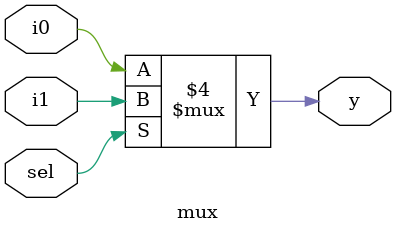
<source format=v>
`timescale 1ns / 1ps
module mux(i0,i1,sel,y);
input i0,i1,sel;
output y;
reg y;
always @(sel)
begin
if(sel==0)
y=i0;
else
y=i1;
end
endmodule

</source>
